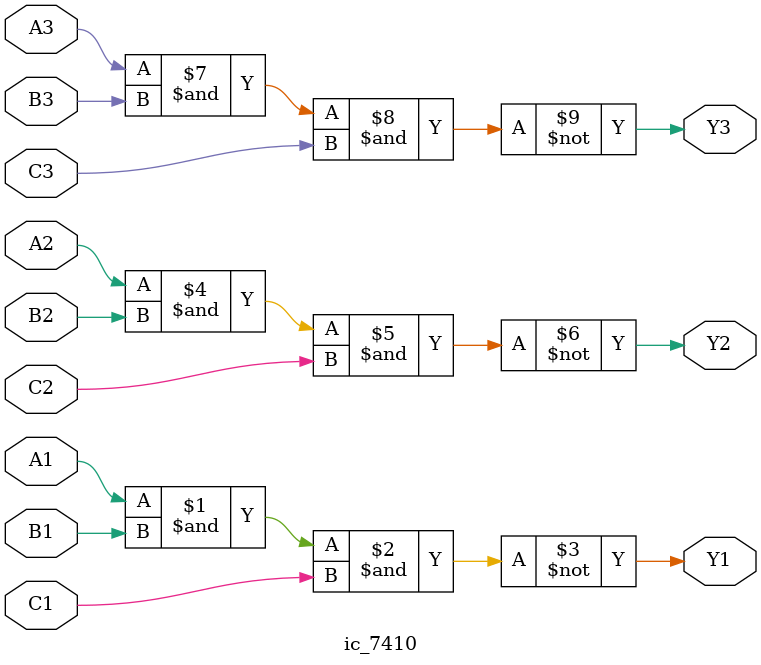
<source format=v>


module ic_7410(
    Y1, A1, B1, C1,
    Y2, A2, B2, C2,
    Y3, A3, B3, C3);
    output Y1, Y2, Y3;
    input A1, A2, A3;
    input B1, B2, B3;
    input C1, C2, C3;

    assign Y1 = ~(A1 & B1 & C1); 
    assign Y2 = ~(A2 & B2 & C2);
    assign Y3 = ~(A3 & B3 & C3); 

endmodule

</source>
